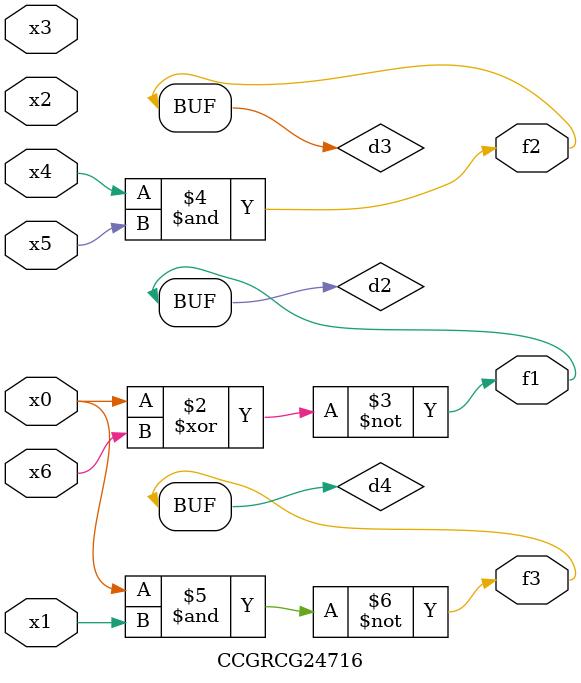
<source format=v>
module CCGRCG24716(
	input x0, x1, x2, x3, x4, x5, x6,
	output f1, f2, f3
);

	wire d1, d2, d3, d4;

	nor (d1, x0);
	xnor (d2, x0, x6);
	and (d3, x4, x5);
	nand (d4, x0, x1);
	assign f1 = d2;
	assign f2 = d3;
	assign f3 = d4;
endmodule

</source>
